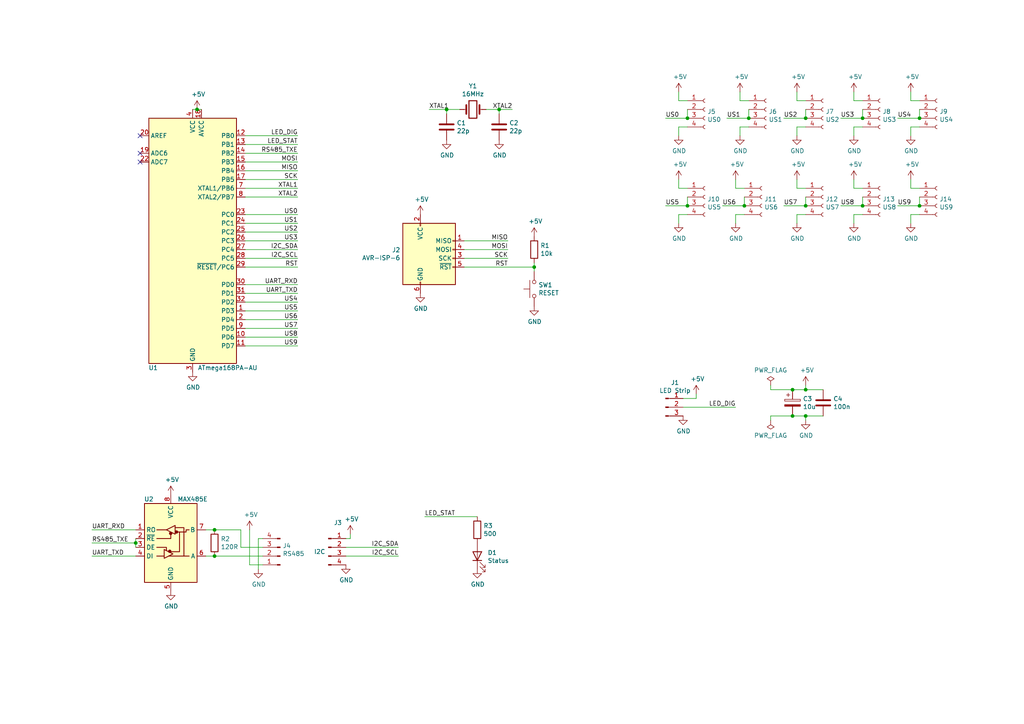
<source format=kicad_sch>
(kicad_sch (version 20211123) (generator eeschema)
  (paper "A4")
  (lib_symbols
    (symbol "Connector:AVR-ISP-6" (pin_names (offset 1.016))
      (property "Reference" "J" (at -6.35 11.43 0))
      (property "Value" "AVR-ISP-6" (at 0 11.43 0))
      (symbol "AVR-ISP-6_0_1"
        (rectangle (start -2.667 -6.858) (end -2.413 -7.62))
        (rectangle (start -2.667 10.16) (end -2.413 9.398))
        (rectangle (start 7.62 -2.413) (end 6.858 -2.667))
        (rectangle (start 7.62 0.127) (end 6.858 -0.127))
        (rectangle (start 7.62 2.667) (end 6.858 2.413))
        (rectangle (start 7.62 5.207) (end 6.858 4.953))
        (rectangle (start 7.62 10.16) (end -7.62 -7.62) (stroke (width 0.254)) (fill (type background)))
      )
      (symbol "AVR-ISP-6_1_1"
        (pin passive line (at 10.16 5.08 180) (length 2.54) (name "MISO") (number "1"))
        (pin passive line (at -2.54 12.7 270) (length 2.54) (name "VCC") (number "2"))
        (pin passive line (at 10.16 0 180) (length 2.54) (name "SCK") (number "3"))
        (pin passive line (at 10.16 2.54 180) (length 2.54) (name "MOSI") (number "4"))
        (pin passive line (at 10.16 -2.54 180) (length 2.54) (name "~{RST}") (number "5"))
        (pin passive line (at -2.54 -10.16 90) (length 2.54) (name "GND") (number "6"))
      )
    )
    (symbol "Connector:Conn_01x03_Male" (pin_names (offset 1.016) hide)
      (property "Reference" "J" (at 0 5.08 0))
      (property "Value" "Conn_01x03_Male" (at 0 -5.08 0))
      (symbol "Conn_01x03_Male_1_1"
        (polyline (pts (xy 1.27 -2.54) (xy 0.8636 -2.54)) (stroke (width 0.1524)))
        (polyline (pts (xy 1.27 0) (xy 0.8636 0)) (stroke (width 0.1524)))
        (polyline (pts (xy 1.27 2.54) (xy 0.8636 2.54)) (stroke (width 0.1524)))
        (rectangle (start 0.8636 -2.413) (end 0 -2.667) (stroke (width 0.1524)) (fill (type outline)))
        (rectangle (start 0.8636 0.127) (end 0 -0.127) (stroke (width 0.1524)) (fill (type outline)))
        (rectangle (start 0.8636 2.667) (end 0 2.413) (stroke (width 0.1524)) (fill (type outline)))
        (pin passive line (at 5.08 2.54 180) (length 3.81) (name "Pin_1") (number "1"))
        (pin passive line (at 5.08 0 180) (length 3.81) (name "Pin_2") (number "2"))
        (pin passive line (at 5.08 -2.54 180) (length 3.81) (name "Pin_3") (number "3"))
      )
    )
    (symbol "Connector:Conn_01x04_Female" (pin_names (offset 1.016) hide)
      (property "Reference" "J" (at 0 5.08 0))
      (property "Value" "Conn_01x04_Female" (at 0 -7.62 0))
      (symbol "Conn_01x04_Female_1_1"
        (arc (start 0 -4.572) (mid -0.508 -5.08) (end 0 -5.588) (stroke (width 0.1524)))
        (arc (start 0 -2.032) (mid -0.508 -2.54) (end 0 -3.048) (stroke (width 0.1524)))
        (polyline (pts (xy -1.27 -5.08) (xy -0.508 -5.08)) (stroke (width 0.1524)))
        (polyline (pts (xy -1.27 -2.54) (xy -0.508 -2.54)) (stroke (width 0.1524)))
        (polyline (pts (xy -1.27 0) (xy -0.508 0)) (stroke (width 0.1524)))
        (polyline (pts (xy -1.27 2.54) (xy -0.508 2.54)) (stroke (width 0.1524)))
        (arc (start 0 0.508) (mid -0.508 0) (end 0 -0.508) (stroke (width 0.1524)))
        (arc (start 0 3.048) (mid -0.508 2.54) (end 0 2.032) (stroke (width 0.1524)))
        (pin passive line (at -5.08 2.54 0) (length 3.81) (name "Pin_1") (number "1"))
        (pin passive line (at -5.08 0 0) (length 3.81) (name "Pin_2") (number "2"))
        (pin passive line (at -5.08 -2.54 0) (length 3.81) (name "Pin_3") (number "3"))
        (pin passive line (at -5.08 -5.08 0) (length 3.81) (name "Pin_4") (number "4"))
      )
    )
    (symbol "Connector:Conn_01x04_Male" (pin_names (offset 1.016) hide)
      (property "Reference" "J" (at 0 5.08 0))
      (property "Value" "Conn_01x04_Male" (at 0 -7.62 0))
      (symbol "Conn_01x04_Male_1_1"
        (polyline (pts (xy 1.27 -5.08) (xy 0.8636 -5.08)) (stroke (width 0.1524)))
        (polyline (pts (xy 1.27 -2.54) (xy 0.8636 -2.54)) (stroke (width 0.1524)))
        (polyline (pts (xy 1.27 0) (xy 0.8636 0)) (stroke (width 0.1524)))
        (polyline (pts (xy 1.27 2.54) (xy 0.8636 2.54)) (stroke (width 0.1524)))
        (rectangle (start 0.8636 -4.953) (end 0 -5.207) (stroke (width 0.1524)) (fill (type outline)))
        (rectangle (start 0.8636 -2.413) (end 0 -2.667) (stroke (width 0.1524)) (fill (type outline)))
        (rectangle (start 0.8636 0.127) (end 0 -0.127) (stroke (width 0.1524)) (fill (type outline)))
        (rectangle (start 0.8636 2.667) (end 0 2.413) (stroke (width 0.1524)) (fill (type outline)))
        (pin passive line (at 5.08 2.54 180) (length 3.81) (name "Pin_1") (number "1"))
        (pin passive line (at 5.08 0 180) (length 3.81) (name "Pin_2") (number "2"))
        (pin passive line (at 5.08 -2.54 180) (length 3.81) (name "Pin_3") (number "3"))
        (pin passive line (at 5.08 -5.08 180) (length 3.81) (name "Pin_4") (number "4"))
      )
    )
    (symbol "Device:C" (pin_numbers hide) (pin_names (offset 0.254))
      (property "Reference" "C" (at 0.635 2.54 0))
      (property "Value" "C" (at 0.635 -2.54 0))
      (symbol "C_0_1"
        (polyline (pts (xy -2.032 -0.762) (xy 2.032 -0.762)) (stroke (width 0.508)))
        (polyline (pts (xy -2.032 0.762) (xy 2.032 0.762)) (stroke (width 0.508)))
      )
      (symbol "C_1_1"
        (pin passive line (at 0 3.81 270) (length 2.794) (name "~") (number "1"))
        (pin passive line (at 0 -3.81 90) (length 2.794) (name "~") (number "2"))
      )
    )
    (symbol "Device:Crystal" (pin_numbers hide) (pin_names (offset 1.016) hide)
      (property "Reference" "Y" (at 0 3.81 0))
      (property "Value" "Crystal" (at 0 -3.81 0))
      (symbol "Crystal_0_1"
        (rectangle (start -1.143 2.54) (end 1.143 -2.54) (stroke (width 0.3048)))
        (polyline (pts (xy -2.54 0) (xy -1.905 0)))
        (polyline (pts (xy -1.905 -1.27) (xy -1.905 1.27)) (stroke (width 0.508)))
        (polyline (pts (xy 1.905 -1.27) (xy 1.905 1.27)) (stroke (width 0.508)))
        (polyline (pts (xy 2.54 0) (xy 1.905 0)))
      )
      (symbol "Crystal_1_1"
        (pin passive line (at -3.81 0 0) (length 1.27) (name "1") (number "1"))
        (pin passive line (at 3.81 0 180) (length 1.27) (name "2") (number "2"))
      )
    )
    (symbol "Device:LED" (pin_numbers hide) (pin_names (offset 1.016) hide)
      (property "Reference" "D" (at 0 2.54 0))
      (property "Value" "LED" (at 0 -2.54 0))
      (symbol "LED_0_1"
        (polyline (pts (xy -1.27 -1.27) (xy -1.27 1.27)) (stroke (width 0.254)))
        (polyline (pts (xy -1.27 0) (xy 1.27 0)))
        (polyline (pts (xy 1.27 -1.27) (xy 1.27 1.27) (xy -1.27 0) (xy 1.27 -1.27)) (stroke (width 0.254)))
        (polyline (pts (xy -3.048 -0.762) (xy -4.572 -2.286) (xy -3.81 -2.286) (xy -4.572 -2.286) (xy -4.572 -1.524)))
        (polyline (pts (xy -1.778 -0.762) (xy -3.302 -2.286) (xy -2.54 -2.286) (xy -3.302 -2.286) (xy -3.302 -1.524)))
      )
      (symbol "LED_1_1"
        (pin passive line (at -3.81 0 0) (length 2.54) (name "K") (number "1"))
        (pin passive line (at 3.81 0 180) (length 2.54) (name "A") (number "2"))
      )
    )
    (symbol "Device:R" (pin_numbers hide) (pin_names (offset 0))
      (property "Reference" "R" (at 2.032 0 90))
      (property "Value" "R" (at 0 0 90))
      (symbol "R_0_1"
        (rectangle (start -1.016 -2.54) (end 1.016 2.54) (stroke (width 0.254)))
      )
      (symbol "R_1_1"
        (pin passive line (at 0 3.81 270) (length 1.27) (name "~") (number "1"))
        (pin passive line (at 0 -3.81 90) (length 1.27) (name "~") (number "2"))
      )
    )
    (symbol "Interface_UART:MAX485E"
      (property "Reference" "U" (at -6.096 11.43 0))
      (property "Value" "MAX485E" (at 0.762 11.43 0))
      (symbol "MAX485E_0_1"
        (rectangle (start -7.62 10.16) (end 7.62 -12.7) (stroke (width 0.254)) (fill (type background)))
        (circle (center -0.3048 -3.683) (radius 0.3556) (stroke (width 0.254)) (fill (type outline)))
        (circle (center -0.0254 1.4986) (radius 0.3556) (stroke (width 0.254)) (fill (type outline)))
        (polyline (pts (xy -4.064 -5.08) (xy -1.905 -5.08)) (stroke (width 0.254)))
        (polyline (pts (xy -4.064 2.54) (xy -1.27 2.54)) (stroke (width 0.254)))
        (polyline (pts (xy -1.27 -3.2004) (xy -1.27 -3.4544)) (stroke (width 0.254)))
        (polyline (pts (xy -0.635 -5.08) (xy 5.334 -5.08)) (stroke (width 0.254)))
        (polyline (pts (xy -4.064 -2.54) (xy -1.27 -2.54) (xy -1.27 -3.175)) (stroke (width 0.254)))
        (polyline (pts (xy 0 1.27) (xy 0 0) (xy -4.064 0)) (stroke (width 0.254)))
        (polyline (pts (xy 1.27 3.175) (xy 3.81 3.175) (xy 3.81 -5.08)) (stroke (width 0.254)))
        (polyline (pts (xy 2.54 1.905) (xy 2.54 -3.81) (xy 0 -3.81)) (stroke (width 0.254)))
        (polyline (pts (xy -1.905 -3.175) (xy -1.905 -5.715) (xy 0.635 -4.445) (xy -1.905 -3.175)) (stroke (width 0.254)))
        (polyline (pts (xy -1.27 2.54) (xy 1.27 3.81) (xy 1.27 1.27) (xy -1.27 2.54)) (stroke (width 0.254)))
        (polyline (pts (xy 1.905 1.905) (xy 4.445 1.905) (xy 4.445 2.54) (xy 5.334 2.54)) (stroke (width 0.254)))
        (rectangle (start 1.27 3.175) (end 1.27 3.175))
        (circle (center 1.651 1.905) (radius 0.3556) (stroke (width 0.254)) (fill (type outline)))
      )
      (symbol "MAX485E_1_1"
        (pin output line (at -10.16 2.54 0) (length 2.54) (name "RO") (number "1"))
        (pin input line (at -10.16 0 0) (length 2.54) (name "~{RE}") (number "2"))
        (pin input line (at -10.16 -2.54 0) (length 2.54) (name "DE") (number "3"))
        (pin input line (at -10.16 -5.08 0) (length 2.54) (name "DI") (number "4"))
        (pin power_in line (at 0 -15.24 90) (length 2.54) (name "GND") (number "5"))
        (pin bidirectional line (at 10.16 -5.08 180) (length 2.54) (name "A") (number "6"))
        (pin bidirectional line (at 10.16 2.54 180) (length 2.54) (name "B") (number "7"))
        (pin power_in line (at 0 12.7 270) (length 2.54) (name "VCC") (number "8"))
      )
    )
    (symbol "Switch:SW_Push" (pin_numbers hide) (pin_names (offset 1.016) hide)
      (property "Reference" "SW" (at 1.27 2.54 0))
      (property "Value" "SW_Push" (at 0 -1.524 0))
      (symbol "SW_Push_0_1"
        (circle (center -2.032 0) (radius 0.508))
        (polyline (pts (xy 0 1.27) (xy 0 3.048)))
        (polyline (pts (xy 2.54 1.27) (xy -2.54 1.27)))
        (circle (center 2.032 0) (radius 0.508))
        (pin passive line (at -5.08 0 0) (length 2.54) (name "1") (number "1"))
        (pin passive line (at 5.08 0 180) (length 2.54) (name "2") (number "2"))
      )
    )
    (symbol "power:+5V" (power) (pin_names (offset 0))
      (property "Value" "+5V" (at 0 3.556 0))
      (symbol "+5V_0_1"
        (polyline (pts (xy -0.762 1.27) (xy 0 2.54)))
        (polyline (pts (xy 0 0) (xy 0 2.54)))
        (polyline (pts (xy 0 2.54) (xy 0.762 1.27)))
      )
      (symbol "+5V_1_1"
        (pin power_in line (at 0 0 90) (length 0) hide (name "+5V") (number "1"))
      )
    )
    (symbol "power:GND" (power) (pin_names (offset 0))
      (property "Value" "GND" (at 0 -3.81 0))
      (symbol "GND_0_1"
        (polyline (pts (xy 0 0) (xy 0 -1.27) (xy 1.27 -1.27) (xy 0 -2.54) (xy -1.27 -1.27) (xy 0 -1.27)))
      )
      (symbol "GND_1_1"
        (pin power_in line (at 0 0 270) (length 0) hide (name "GND") (number "1"))
      )
    )
    (symbol "power:PWR_FLAG" (power) (pin_numbers hide) (pin_names (offset 0) hide)
      (property "Value" "PWR_FLAG" (at 0 3.81 0))
      (symbol "PWR_FLAG_0_0"
        (pin power_out line (at 0 0 90) (length 0) (name "pwr") (number "1"))
      )
      (symbol "PWR_FLAG_0_1"
        (polyline (pts (xy 0 0) (xy 0 1.27) (xy -1.016 1.905) (xy 0 2.54) (xy 1.016 1.905) (xy 0 1.27)))
      )
    )
    (symbol "ultrasonic_board-rescue:ATmega168PA-AU-MCU_Microchip_ATmega"
      (property "Reference" "U" (at -12.7 36.83 0))
      (property "Value" "ATmega168PA-AU-MCU_Microchip_ATmega" (at 2.54 -36.83 0))
      (symbol "ATmega168PA-AU-MCU_Microchip_ATmega_0_1"
        (rectangle (start -12.7 -35.56) (end 12.7 35.56) (stroke (width 0.254)) (fill (type background)))
      )
      (symbol "ATmega168PA-AU-MCU_Microchip_ATmega_1_1"
        (pin bidirectional line (at 15.24 -20.32 180) (length 2.54) (name "PD3") (number "1"))
        (pin bidirectional line (at 15.24 -27.94 180) (length 2.54) (name "PD6") (number "10"))
        (pin bidirectional line (at 15.24 -30.48 180) (length 2.54) (name "PD7") (number "11"))
        (pin bidirectional line (at 15.24 30.48 180) (length 2.54) (name "PB0") (number "12"))
        (pin bidirectional line (at 15.24 27.94 180) (length 2.54) (name "PB1") (number "13"))
        (pin bidirectional line (at 15.24 25.4 180) (length 2.54) (name "PB2") (number "14"))
        (pin bidirectional line (at 15.24 22.86 180) (length 2.54) (name "PB3") (number "15"))
        (pin bidirectional line (at 15.24 20.32 180) (length 2.54) (name "PB4") (number "16"))
        (pin bidirectional line (at 15.24 17.78 180) (length 2.54) (name "PB5") (number "17"))
        (pin power_in line (at 2.54 38.1 270) (length 2.54) (name "AVCC") (number "18"))
        (pin input line (at -15.24 25.4 0) (length 2.54) (name "ADC6") (number "19"))
        (pin bidirectional line (at 15.24 -22.86 180) (length 2.54) (name "PD4") (number "2"))
        (pin passive line (at -15.24 30.48 0) (length 2.54) (name "AREF") (number "20"))
        (pin passive line (at 0 -38.1 90) (length 2.54) hide (name "GND") (number "21"))
        (pin input line (at -15.24 22.86 0) (length 2.54) (name "ADC7") (number "22"))
        (pin bidirectional line (at 15.24 7.62 180) (length 2.54) (name "PC0") (number "23"))
        (pin bidirectional line (at 15.24 5.08 180) (length 2.54) (name "PC1") (number "24"))
        (pin bidirectional line (at 15.24 2.54 180) (length 2.54) (name "PC2") (number "25"))
        (pin bidirectional line (at 15.24 0 180) (length 2.54) (name "PC3") (number "26"))
        (pin bidirectional line (at 15.24 -2.54 180) (length 2.54) (name "PC4") (number "27"))
        (pin bidirectional line (at 15.24 -5.08 180) (length 2.54) (name "PC5") (number "28"))
        (pin bidirectional line (at 15.24 -7.62 180) (length 2.54) (name "~{RESET}/PC6") (number "29"))
        (pin power_in line (at 0 -38.1 90) (length 2.54) (name "GND") (number "3"))
        (pin bidirectional line (at 15.24 -12.7 180) (length 2.54) (name "PD0") (number "30"))
        (pin bidirectional line (at 15.24 -15.24 180) (length 2.54) (name "PD1") (number "31"))
        (pin bidirectional line (at 15.24 -17.78 180) (length 2.54) (name "PD2") (number "32"))
        (pin power_in line (at 0 38.1 270) (length 2.54) (name "VCC") (number "4"))
        (pin passive line (at 0 -38.1 90) (length 2.54) hide (name "GND") (number "5"))
        (pin passive line (at 0 38.1 270) (length 2.54) hide (name "VCC") (number "6"))
        (pin bidirectional line (at 15.24 15.24 180) (length 2.54) (name "XTAL1/PB6") (number "7"))
        (pin bidirectional line (at 15.24 12.7 180) (length 2.54) (name "XTAL2/PB7") (number "8"))
        (pin bidirectional line (at 15.24 -25.4 180) (length 2.54) (name "PD5") (number "9"))
      )
    )
    (symbol "ultrasonic_board-rescue:CP-Device" (pin_numbers hide) (pin_names (offset 0.254))
      (property "Reference" "C" (at 0.635 2.54 0))
      (property "Value" "CP-Device" (at 0.635 -2.54 0))
      (symbol "CP-Device_0_1"
        (rectangle (start -2.286 0.508) (end 2.286 1.016))
        (polyline (pts (xy -1.778 2.286) (xy -0.762 2.286)))
        (polyline (pts (xy -1.27 2.794) (xy -1.27 1.778)))
        (rectangle (start 2.286 -0.508) (end -2.286 -1.016) (fill (type outline)))
      )
      (symbol "CP-Device_1_1"
        (pin passive line (at 0 3.81 270) (length 2.794) (name "~") (number "1"))
        (pin passive line (at 0 -3.81 90) (length 2.794) (name "~") (number "2"))
      )
    )
  )
  (junction (at 144.78 31.75))
  (junction (at 233.68 59.69))
  (junction (at 217.17 34.29))
  (junction (at 233.68 34.29))
  (junction (at 266.7 34.29))
  (junction (at 62.23 161.29))
  (junction (at 266.7 59.69))
  (junction (at 250.19 34.29))
  (junction (at 229.87 120.65))
  (junction (at 62.23 153.67))
  (junction (at 233.68 113.03))
  (junction (at 199.39 59.69))
  (junction (at 250.19 59.69))
  (junction (at 129.54 31.75))
  (junction (at 39.37 157.48))
  (junction (at 215.9 59.69))
  (junction (at 199.39 34.29))
  (junction (at 57.15 31.75))
  (junction (at 233.68 120.65))
  (junction (at 154.94 77.47))
  (junction (at 229.87 113.03))
  (no_connect (at 40.64 39.37))
  (no_connect (at 40.64 44.45))
  (no_connect (at 40.64 46.99))
  (wire (pts (xy 215.9 54.61) (xy 213.36 54.61)))
  (wire (pts (xy 233.68 120.65) (xy 238.76 120.65)))
  (wire (pts (xy 69.85 158.75) (xy 69.85 153.67)))
  (wire (pts (xy 266.7 34.29) (xy 260.35 34.29)))
  (wire (pts (xy 199.39 29.21) (xy 196.85 29.21)))
  (wire (pts (xy 250.19 54.61) (xy 247.65 54.61)))
  (wire (pts (xy 39.37 158.75) (xy 39.37 157.48)))
  (wire (pts (xy 71.12 72.39) (xy 86.36 72.39)))
  (wire (pts (xy 215.9 62.23) (xy 213.36 62.23)))
  (wire (pts (xy 266.7 59.69) (xy 260.35 59.69)))
  (wire (pts (xy 39.37 157.48) (xy 39.37 156.21)))
  (wire (pts (xy 71.12 44.45) (xy 86.36 44.45)))
  (wire (pts (xy 264.16 36.83) (xy 264.16 39.37)))
  (wire (pts (xy 199.39 54.61) (xy 196.85 54.61)))
  (wire (pts (xy 101.6 156.21) (xy 101.6 154.94)))
  (wire (pts (xy 71.12 100.33) (xy 86.36 100.33)))
  (wire (pts (xy 266.7 62.23) (xy 264.16 62.23)))
  (wire (pts (xy 233.68 59.69) (xy 227.33 59.69)))
  (wire (pts (xy 266.7 57.15) (xy 266.7 59.69)))
  (wire (pts (xy 247.65 62.23) (xy 247.65 64.77)))
  (wire (pts (xy 199.39 59.69) (xy 193.04 59.69)))
  (wire (pts (xy 62.23 161.29) (xy 76.2 161.29)))
  (wire (pts (xy 250.19 36.83) (xy 247.65 36.83)))
  (wire (pts (xy 196.85 54.61) (xy 196.85 52.07)))
  (wire (pts (xy 144.78 33.02) (xy 144.78 31.75)))
  (wire (pts (xy 250.19 62.23) (xy 247.65 62.23)))
  (wire (pts (xy 233.68 29.21) (xy 231.14 29.21)))
  (wire (pts (xy 229.87 120.65) (xy 223.52 120.65)))
  (wire (pts (xy 233.68 36.83) (xy 231.14 36.83)))
  (wire (pts (xy 71.12 67.31) (xy 86.36 67.31)))
  (wire (pts (xy 39.37 153.67) (xy 26.67 153.67)))
  (wire (pts (xy 134.62 72.39) (xy 147.32 72.39)))
  (wire (pts (xy 266.7 31.75) (xy 266.7 34.29)))
  (wire (pts (xy 129.54 31.75) (xy 129.54 33.02)))
  (wire (pts (xy 217.17 29.21) (xy 214.63 29.21)))
  (wire (pts (xy 71.12 49.53) (xy 86.36 49.53)))
  (wire (pts (xy 133.35 31.75) (xy 129.54 31.75)))
  (wire (pts (xy 71.12 97.79) (xy 86.36 97.79)))
  (wire (pts (xy 196.85 62.23) (xy 196.85 64.77)))
  (wire (pts (xy 229.87 120.65) (xy 233.68 120.65)))
  (wire (pts (xy 233.68 57.15) (xy 233.68 59.69)))
  (wire (pts (xy 71.12 69.85) (xy 86.36 69.85)))
  (wire (pts (xy 198.12 118.11) (xy 213.36 118.11)))
  (wire (pts (xy 201.93 115.57) (xy 201.93 114.3)))
  (wire (pts (xy 250.19 57.15) (xy 250.19 59.69)))
  (wire (pts (xy 229.87 113.03) (xy 223.52 113.03)))
  (wire (pts (xy 71.12 85.09) (xy 86.36 85.09)))
  (wire (pts (xy 214.63 29.21) (xy 214.63 26.67)))
  (wire (pts (xy 72.39 163.83) (xy 72.39 153.67)))
  (wire (pts (xy 154.94 77.47) (xy 154.94 76.2)))
  (wire (pts (xy 71.12 82.55) (xy 86.36 82.55)))
  (wire (pts (xy 199.39 31.75) (xy 199.39 34.29)))
  (wire (pts (xy 71.12 39.37) (xy 86.36 39.37)))
  (wire (pts (xy 250.19 29.21) (xy 247.65 29.21)))
  (wire (pts (xy 71.12 62.23) (xy 86.36 62.23)))
  (wire (pts (xy 250.19 59.69) (xy 243.84 59.69)))
  (wire (pts (xy 196.85 29.21) (xy 196.85 26.67)))
  (wire (pts (xy 71.12 64.77) (xy 86.36 64.77)))
  (wire (pts (xy 134.62 74.93) (xy 147.32 74.93)))
  (wire (pts (xy 266.7 54.61) (xy 264.16 54.61)))
  (wire (pts (xy 134.62 69.85) (xy 147.32 69.85)))
  (wire (pts (xy 233.68 34.29) (xy 227.33 34.29)))
  (wire (pts (xy 71.12 74.93) (xy 86.36 74.93)))
  (wire (pts (xy 57.15 31.75) (xy 58.42 31.75)))
  (wire (pts (xy 217.17 31.75) (xy 217.17 34.29)))
  (wire (pts (xy 233.68 31.75) (xy 233.68 34.29)))
  (wire (pts (xy 39.37 161.29) (xy 26.67 161.29)))
  (wire (pts (xy 71.12 46.99) (xy 86.36 46.99)))
  (wire (pts (xy 233.68 113.03) (xy 229.87 113.03)))
  (wire (pts (xy 217.17 36.83) (xy 214.63 36.83)))
  (wire (pts (xy 71.12 95.25) (xy 86.36 95.25)))
  (wire (pts (xy 69.85 153.67) (xy 62.23 153.67)))
  (wire (pts (xy 71.12 54.61) (xy 86.36 54.61)))
  (wire (pts (xy 71.12 87.63) (xy 86.36 87.63)))
  (wire (pts (xy 215.9 59.69) (xy 209.55 59.69)))
  (wire (pts (xy 231.14 29.21) (xy 231.14 26.67)))
  (wire (pts (xy 71.12 52.07) (xy 86.36 52.07)))
  (wire (pts (xy 71.12 41.91) (xy 86.36 41.91)))
  (wire (pts (xy 247.65 36.83) (xy 247.65 39.37)))
  (wire (pts (xy 76.2 158.75) (xy 69.85 158.75)))
  (wire (pts (xy 199.39 57.15) (xy 199.39 59.69)))
  (wire (pts (xy 264.16 29.21) (xy 264.16 26.67)))
  (wire (pts (xy 217.17 34.29) (xy 210.82 34.29)))
  (wire (pts (xy 71.12 77.47) (xy 86.36 77.47)))
  (wire (pts (xy 134.62 77.47) (xy 154.94 77.47)))
  (wire (pts (xy 196.85 36.83) (xy 196.85 39.37)))
  (wire (pts (xy 144.78 31.75) (xy 148.59 31.75)))
  (wire (pts (xy 233.68 111.76) (xy 233.68 113.03)))
  (wire (pts (xy 214.63 36.83) (xy 214.63 39.37)))
  (wire (pts (xy 76.2 156.21) (xy 74.93 156.21)))
  (wire (pts (xy 100.33 156.21) (xy 101.6 156.21)))
  (wire (pts (xy 100.33 158.75) (xy 115.57 158.75)))
  (wire (pts (xy 238.76 113.03) (xy 233.68 113.03)))
  (wire (pts (xy 138.43 149.86) (xy 123.19 149.86)))
  (wire (pts (xy 213.36 54.61) (xy 213.36 52.07)))
  (wire (pts (xy 199.39 36.83) (xy 196.85 36.83)))
  (wire (pts (xy 74.93 156.21) (xy 74.93 165.1)))
  (wire (pts (xy 264.16 54.61) (xy 264.16 52.07)))
  (wire (pts (xy 223.52 113.03) (xy 223.52 111.76)))
  (wire (pts (xy 59.69 153.67) (xy 62.23 153.67)))
  (wire (pts (xy 250.19 34.29) (xy 243.84 34.29)))
  (wire (pts (xy 266.7 29.21) (xy 264.16 29.21)))
  (wire (pts (xy 71.12 92.71) (xy 86.36 92.71)))
  (wire (pts (xy 39.37 157.48) (xy 26.67 157.48)))
  (wire (pts (xy 215.9 57.15) (xy 215.9 59.69)))
  (wire (pts (xy 55.88 31.75) (xy 57.15 31.75)))
  (wire (pts (xy 231.14 62.23) (xy 231.14 64.77)))
  (wire (pts (xy 223.52 120.65) (xy 223.52 121.92)))
  (wire (pts (xy 233.68 121.92) (xy 233.68 120.65)))
  (wire (pts (xy 100.33 161.29) (xy 115.57 161.29)))
  (wire (pts (xy 199.39 62.23) (xy 196.85 62.23)))
  (wire (pts (xy 213.36 62.23) (xy 213.36 64.77)))
  (wire (pts (xy 264.16 62.23) (xy 264.16 64.77)))
  (wire (pts (xy 76.2 163.83) (xy 72.39 163.83)))
  (wire (pts (xy 129.54 31.75) (xy 124.46 31.75)))
  (wire (pts (xy 144.78 31.75) (xy 140.97 31.75)))
  (wire (pts (xy 247.65 54.61) (xy 247.65 52.07)))
  (wire (pts (xy 233.68 54.61) (xy 231.14 54.61)))
  (wire (pts (xy 59.69 161.29) (xy 62.23 161.29)))
  (wire (pts (xy 233.68 62.23) (xy 231.14 62.23)))
  (wire (pts (xy 266.7 36.83) (xy 264.16 36.83)))
  (wire (pts (xy 154.94 77.47) (xy 154.94 78.74)))
  (wire (pts (xy 198.12 115.57) (xy 201.93 115.57)))
  (wire (pts (xy 247.65 29.21) (xy 247.65 26.67)))
  (wire (pts (xy 250.19 31.75) (xy 250.19 34.29)))
  (wire (pts (xy 231.14 36.83) (xy 231.14 39.37)))
  (wire (pts (xy 71.12 90.17) (xy 86.36 90.17)))
  (wire (pts (xy 199.39 34.29) (xy 193.04 34.29)))
  (wire (pts (xy 231.14 54.61) (xy 231.14 52.07)))
  (wire (pts (xy 71.12 57.15) (xy 86.36 57.15)))
  (label "I2C_SDA" (at 86.36 72.39 180))
  (label "US2" (at 227.33 34.29 0))
  (label "LED_STAT" (at 86.36 41.91 180))
  (label "MOSI" (at 147.32 72.39 180))
  (label "US5" (at 193.04 59.69 0))
  (label "UART_TXD" (at 86.36 85.09 180))
  (label "RS485_TXE" (at 26.67 157.48 0))
  (label "US3" (at 243.84 34.29 0))
  (label "I2C_SCL" (at 115.57 161.29 180))
  (label "UART_RXD" (at 86.36 82.55 180))
  (label "MISO" (at 147.32 69.85 180))
  (label "US0" (at 86.36 62.23 180))
  (label "RST" (at 147.32 77.47 180))
  (label "MISO" (at 86.36 49.53 180))
  (label "SCK" (at 147.32 74.93 180))
  (label "US6" (at 209.55 59.69 0))
  (label "US7" (at 227.33 59.69 0))
  (label "US5" (at 86.36 90.17 180))
  (label "XTAL1" (at 124.46 31.75 0))
  (label "MOSI" (at 86.36 46.99 180))
  (label "LED_STAT" (at 123.19 149.86 0))
  (label "LED_DIG" (at 86.36 39.37 180))
  (label "XTAL2" (at 86.36 57.15 180))
  (label "RS485_TXE" (at 86.36 44.45 180))
  (label "US9" (at 260.35 59.69 0))
  (label "US1" (at 86.36 64.77 180))
  (label "RST" (at 86.36 77.47 180))
  (label "I2C_SCL" (at 86.36 74.93 180))
  (label "US1" (at 210.82 34.29 0))
  (label "UART_RXD" (at 26.67 153.67 0))
  (label "SCK" (at 86.36 52.07 180))
  (label "US0" (at 193.04 34.29 0))
  (label "US2" (at 86.36 67.31 180))
  (label "US3" (at 86.36 69.85 180))
  (label "US4" (at 260.35 34.29 0))
  (label "XTAL2" (at 148.59 31.75 180))
  (label "US4" (at 86.36 87.63 180))
  (label "XTAL1" (at 86.36 54.61 180))
  (label "US8" (at 86.36 97.79 180))
  (label "US6" (at 86.36 92.71 180))
  (label "I2C_SDA" (at 115.57 158.75 180))
  (label "US8" (at 243.84 59.69 0))
  (label "US7" (at 86.36 95.25 180))
  (label "UART_TXD" (at 26.67 161.29 0))
  (label "LED_DIG" (at 213.36 118.11 180))
  (label "US9" (at 86.36 100.33 180))
  (symbol (lib_id "ultrasonic_board-rescue:ATmega168PA-AU-MCU_Microchip_ATmega") (at 55.88 69.85 0) (unit 1)
    (property "Reference" "U1" (at 44.45 106.68 0))
    (property "Value" "ATmega168PA-AU" (at 66.04 106.68 0))
    (property "Footprint" "Package_QFP:TQFP-32_7x7mm_P0.8mm" (effects hide))
    (property "Datasheet" "http://ww1.microchip.com/downloads/en/DeviceDoc/ATmega48PA_88PA_168PA-Data-Sheet-40002011A.pdf" (effects hide))
  )
  (symbol (lib_id "power:GND") (at 55.88 107.95 0) (unit 1)
    (property "Reference" "#PWR01" (effects hide))
    (property "Value" "GND" (at 56.007 112.3442 0))
  )
  (symbol (lib_id "power:+5V") (at 57.15 31.75 0) (unit 1)
    (property "Reference" "#PWR02" (effects hide))
    (property "Value" "+5V" (at 57.531 27.3558 0))
  )
  (symbol (lib_id "Device:Crystal") (at 137.16 31.75 0) (unit 1)
    (property "Reference" "Y1" (at 137.16 24.9428 0))
    (property "Value" "16MHz" (at 137.16 27.2542 0))
    (property "Footprint" "Crystal:Crystal_SMD_HC49-SD" (effects hide))
  )
  (symbol (lib_id "Device:C") (at 144.78 36.83 0) (unit 1)
    (property "Reference" "C2" (at 147.701 35.6616 0) (effects (justify left)))
    (property "Value" "22p" (at 147.701 37.973 0) (effects (justify left)))
    (property "Footprint" "Capacitor_SMD:C_0603_1608Metric" (effects hide))
  )
  (symbol (lib_id "Device:C") (at 129.54 36.83 0) (unit 1)
    (property "Reference" "C1" (at 132.461 35.6616 0) (effects (justify left)))
    (property "Value" "22p" (at 132.461 37.973 0) (effects (justify left)))
    (property "Footprint" "Capacitor_SMD:C_0603_1608Metric" (effects hide))
  )
  (symbol (lib_id "power:GND") (at 129.54 40.64 0) (unit 1)
    (property "Reference" "#PWR05" (effects hide))
    (property "Value" "GND" (at 129.667 45.0342 0))
  )
  (symbol (lib_id "power:GND") (at 144.78 40.64 0) (unit 1)
    (property "Reference" "#PWR08" (effects hide))
    (property "Value" "GND" (at 144.907 45.0342 0))
  )
  (symbol (lib_id "Connector:AVR-ISP-6") (at 124.46 74.93 0) (unit 1)
    (property "Reference" "J2" (at 116.1034 72.4916 0) (effects (justify right)))
    (property "Value" "AVR-ISP-6" (at 116.1034 74.803 0) (effects (justify right)))
    (property "Footprint" "Connector_PinHeader_2.54mm:PinHeader_2x03_P2.54mm_Vertical" (effects hide))
    (property "Datasheet" " ~" (effects hide))
  )
  (symbol (lib_id "power:GND") (at 121.92 85.09 0) (unit 1)
    (property "Reference" "#PWR07" (effects hide))
    (property "Value" "GND" (at 122.047 89.4842 0))
  )
  (symbol (lib_id "power:+5V") (at 121.92 62.23 0) (unit 1)
    (property "Reference" "#PWR06" (effects hide))
    (property "Value" "+5V" (at 122.301 57.8358 0))
  )
  (symbol (lib_id "Switch:SW_Push") (at 154.94 83.82 90) (unit 1)
    (property "Reference" "SW1" (at 156.1592 82.6516 90) (effects (justify right)))
    (property "Value" "RESET" (at 156.1592 84.963 90) (effects (justify right)))
    (property "Footprint" "Button_Switch_THT:SW_PUSH_6mm" (effects hide))
  )
  (symbol (lib_id "Device:R") (at 154.94 72.39 0) (unit 1)
    (property "Reference" "R1" (at 156.718 71.2216 0) (effects (justify left)))
    (property "Value" "10k" (at 156.718 73.533 0) (effects (justify left)))
    (property "Footprint" "Resistor_SMD:R_0603_1608Metric" (effects hide))
  )
  (symbol (lib_id "power:+5V") (at 154.94 68.58 0) (unit 1)
    (property "Reference" "#PWR09" (effects hide))
    (property "Value" "+5V" (at 155.321 64.1858 0))
  )
  (symbol (lib_id "power:GND") (at 154.94 88.9 0) (unit 1)
    (property "Reference" "#PWR010" (effects hide))
    (property "Value" "GND" (at 155.067 93.2942 0))
  )
  (symbol (lib_id "Connector:Conn_01x04_Female") (at 204.47 31.75 0) (unit 1)
    (property "Reference" "J5" (at 205.1812 32.3596 0) (effects (justify left)))
    (property "Value" "US0" (at 205.1812 34.671 0) (effects (justify left)))
    (property "Footprint" "Connector_PinSocket_2.54mm:PinSocket_1x04_P2.54mm_Vertical" (effects hide))
  )
  (symbol (lib_id "power:GND") (at 196.85 39.37 0) (unit 1)
    (property "Reference" "#PWR016" (effects hide))
    (property "Value" "GND" (at 196.977 43.7642 0))
  )
  (symbol (lib_id "power:+5V") (at 196.85 26.67 0) (unit 1)
    (property "Reference" "#PWR015" (effects hide))
    (property "Value" "+5V" (at 197.231 22.2758 0))
  )
  (symbol (lib_id "Connector:Conn_01x04_Female") (at 255.27 31.75 0) (unit 1)
    (property "Reference" "J8" (at 255.9812 32.3596 0) (effects (justify left)))
    (property "Value" "US3" (at 255.9812 34.671 0) (effects (justify left)))
    (property "Footprint" "Connector_PinSocket_2.54mm:PinSocket_1x04_P2.54mm_Vertical" (effects hide))
  )
  (symbol (lib_id "power:GND") (at 247.65 39.37 0) (unit 1)
    (property "Reference" "#PWR024" (effects hide))
    (property "Value" "GND" (at 247.777 43.7642 0))
  )
  (symbol (lib_id "power:+5V") (at 247.65 26.67 0) (unit 1)
    (property "Reference" "#PWR023" (effects hide))
    (property "Value" "+5V" (at 248.031 22.2758 0))
  )
  (symbol (lib_id "Connector:Conn_01x04_Female") (at 255.27 57.15 0) (unit 1)
    (property "Reference" "J13" (at 255.9812 57.7596 0) (effects (justify left)))
    (property "Value" "US8" (at 255.9812 60.071 0) (effects (justify left)))
    (property "Footprint" "Connector_PinSocket_2.54mm:PinSocket_1x04_P2.54mm_Vertical" (effects hide))
  )
  (symbol (lib_id "power:GND") (at 247.65 64.77 0) (unit 1)
    (property "Reference" "#PWR038" (effects hide))
    (property "Value" "GND" (at 247.777 69.1642 0))
  )
  (symbol (lib_id "power:+5V") (at 247.65 52.07 0) (unit 1)
    (property "Reference" "#PWR037" (effects hide))
    (property "Value" "+5V" (at 248.031 47.6758 0))
  )
  (symbol (lib_id "Connector:Conn_01x04_Female") (at 222.25 31.75 0) (unit 1)
    (property "Reference" "J6" (at 222.9612 32.3596 0) (effects (justify left)))
    (property "Value" "US1" (at 222.9612 34.671 0) (effects (justify left)))
    (property "Footprint" "Connector_PinSocket_2.54mm:PinSocket_1x04_P2.54mm_Vertical" (effects hide))
  )
  (symbol (lib_id "power:GND") (at 214.63 39.37 0) (unit 1)
    (property "Reference" "#PWR018" (effects hide))
    (property "Value" "GND" (at 214.757 43.7642 0))
  )
  (symbol (lib_id "power:+5V") (at 214.63 26.67 0) (unit 1)
    (property "Reference" "#PWR017" (effects hide))
    (property "Value" "+5V" (at 215.011 22.2758 0))
  )
  (symbol (lib_id "Connector:Conn_01x04_Female") (at 271.78 31.75 0) (unit 1)
    (property "Reference" "J9" (at 272.4912 32.3596 0) (effects (justify left)))
    (property "Value" "US4" (at 272.4912 34.671 0) (effects (justify left)))
    (property "Footprint" "Connector_PinSocket_2.54mm:PinSocket_1x04_P2.54mm_Vertical" (effects hide))
  )
  (symbol (lib_id "power:GND") (at 264.16 39.37 0) (unit 1)
    (property "Reference" "#PWR026" (effects hide))
    (property "Value" "GND" (at 264.287 43.7642 0))
  )
  (symbol (lib_id "power:+5V") (at 264.16 26.67 0) (unit 1)
    (property "Reference" "#PWR025" (effects hide))
    (property "Value" "+5V" (at 264.541 22.2758 0))
  )
  (symbol (lib_id "Connector:Conn_01x04_Female") (at 220.98 57.15 0) (unit 1)
    (property "Reference" "J11" (at 221.6912 57.7596 0) (effects (justify left)))
    (property "Value" "US6" (at 221.6912 60.071 0) (effects (justify left)))
    (property "Footprint" "Connector_PinSocket_2.54mm:PinSocket_1x04_P2.54mm_Vertical" (effects hide))
  )
  (symbol (lib_id "power:GND") (at 213.36 64.77 0) (unit 1)
    (property "Reference" "#PWR034" (effects hide))
    (property "Value" "GND" (at 213.487 69.1642 0))
  )
  (symbol (lib_id "power:+5V") (at 213.36 52.07 0) (unit 1)
    (property "Reference" "#PWR033" (effects hide))
    (property "Value" "+5V" (at 213.741 47.6758 0))
  )
  (symbol (lib_id "Connector:Conn_01x04_Female") (at 238.76 31.75 0) (unit 1)
    (property "Reference" "J7" (at 239.4712 32.3596 0) (effects (justify left)))
    (property "Value" "US2" (at 239.4712 34.671 0) (effects (justify left)))
    (property "Footprint" "Connector_PinSocket_2.54mm:PinSocket_1x04_P2.54mm_Vertical" (effects hide))
  )
  (symbol (lib_id "power:GND") (at 231.14 39.37 0) (unit 1)
    (property "Reference" "#PWR020" (effects hide))
    (property "Value" "GND" (at 231.267 43.7642 0))
  )
  (symbol (lib_id "power:+5V") (at 231.14 26.67 0) (unit 1)
    (property "Reference" "#PWR019" (effects hide))
    (property "Value" "+5V" (at 231.521 22.2758 0))
  )
  (symbol (lib_id "Connector:Conn_01x04_Female") (at 204.47 57.15 0) (unit 1)
    (property "Reference" "J10" (at 205.1812 57.7596 0) (effects (justify left)))
    (property "Value" "US5" (at 205.1812 60.071 0) (effects (justify left)))
    (property "Footprint" "Connector_PinSocket_2.54mm:PinSocket_1x04_P2.54mm_Vertical" (effects hide))
  )
  (symbol (lib_id "power:GND") (at 196.85 64.77 0) (unit 1)
    (property "Reference" "#PWR028" (effects hide))
    (property "Value" "GND" (at 196.977 69.1642 0))
  )
  (symbol (lib_id "power:+5V") (at 196.85 52.07 0) (unit 1)
    (property "Reference" "#PWR027" (effects hide))
    (property "Value" "+5V" (at 197.231 47.6758 0))
  )
  (symbol (lib_id "Connector:Conn_01x04_Female") (at 238.76 57.15 0) (unit 1)
    (property "Reference" "J12" (at 239.4712 57.7596 0) (effects (justify left)))
    (property "Value" "US7" (at 239.4712 60.071 0) (effects (justify left)))
    (property "Footprint" "Connector_PinSocket_2.54mm:PinSocket_1x04_P2.54mm_Vertical" (effects hide))
  )
  (symbol (lib_id "power:GND") (at 231.14 64.77 0) (unit 1)
    (property "Reference" "#PWR036" (effects hide))
    (property "Value" "GND" (at 231.267 69.1642 0))
  )
  (symbol (lib_id "power:+5V") (at 231.14 52.07 0) (unit 1)
    (property "Reference" "#PWR035" (effects hide))
    (property "Value" "+5V" (at 231.521 47.6758 0))
  )
  (symbol (lib_id "Connector:Conn_01x04_Female") (at 271.78 57.15 0) (unit 1)
    (property "Reference" "J14" (at 272.4912 57.7596 0) (effects (justify left)))
    (property "Value" "US9" (at 272.4912 60.071 0) (effects (justify left)))
    (property "Footprint" "Connector_PinSocket_2.54mm:PinSocket_1x04_P2.54mm_Vertical" (effects hide))
  )
  (symbol (lib_id "power:GND") (at 264.16 64.77 0) (unit 1)
    (property "Reference" "#PWR041" (effects hide))
    (property "Value" "GND" (at 264.287 69.1642 0))
  )
  (symbol (lib_id "power:+5V") (at 264.16 52.07 0) (unit 1)
    (property "Reference" "#PWR040" (effects hide))
    (property "Value" "+5V" (at 264.541 47.6758 0))
  )
  (symbol (lib_id "Connector:Conn_01x04_Male") (at 95.25 158.75 0) (unit 1)
    (property "Reference" "J3" (at 97.9932 151.6126 0))
    (property "Value" "I2C" (at 92.71 160.02 0))
    (property "Footprint" "Connector_Molex:Molex_KK-254_AE-6410-04A_1x04_P2.54mm_Vertical" (effects hide))
  )
  (symbol (lib_id "power:GND") (at 100.33 163.83 0) (unit 1)
    (property "Reference" "#PWR011" (effects hide))
    (property "Value" "GND" (at 100.457 168.2242 0))
  )
  (symbol (lib_id "power:+5V") (at 101.6 154.94 0) (unit 1)
    (property "Reference" "#PWR012" (effects hide))
    (property "Value" "+5V" (at 101.981 150.5458 0))
  )
  (symbol (lib_id "ultrasonic_board-rescue:CP-Device") (at 229.87 116.84 0) (unit 1)
    (property "Reference" "C3" (at 232.8672 115.6716 0) (effects (justify left)))
    (property "Value" "10u" (at 232.8672 117.983 0) (effects (justify left)))
    (property "Footprint" "Capacitor_THT:CP_Radial_D8.0mm_P3.80mm" (effects hide))
  )
  (symbol (lib_id "Device:C") (at 238.76 116.84 0) (unit 1)
    (property "Reference" "C4" (at 241.681 115.6716 0) (effects (justify left)))
    (property "Value" "100n" (at 241.681 117.983 0) (effects (justify left)))
    (property "Footprint" "Capacitor_SMD:C_0603_1608Metric" (effects hide))
  )
  (symbol (lib_id "power:GND") (at 233.68 121.92 0) (unit 1)
    (property "Reference" "#PWR014" (effects hide))
    (property "Value" "GND" (at 233.807 126.3142 0))
  )
  (symbol (lib_id "power:+5V") (at 233.68 111.76 0) (unit 1)
    (property "Reference" "#PWR013" (effects hide))
    (property "Value" "+5V" (at 234.061 107.3658 0))
  )
  (symbol (lib_id "Connector:Conn_01x03_Male") (at 193.04 118.11 0) (unit 1)
    (property "Reference" "J1" (at 195.7832 110.9726 0))
    (property "Value" "LED Strip" (at 195.7832 113.284 0))
    (property "Footprint" "Connector_Molex:Molex_KK-254_AE-6410-03A_1x03_P2.54mm_Vertical" (effects hide))
  )
  (symbol (lib_id "power:GND") (at 198.12 120.65 0) (unit 1)
    (property "Reference" "#PWR03" (effects hide))
    (property "Value" "GND" (at 198.247 125.0442 0))
  )
  (symbol (lib_id "power:+5V") (at 201.93 114.3 0) (unit 1)
    (property "Reference" "#PWR04" (effects hide))
    (property "Value" "+5V" (at 202.311 109.9058 0))
  )
  (symbol (lib_id "power:PWR_FLAG") (at 223.52 111.76 0) (unit 1)
    (property "Reference" "#FLG01" (effects hide))
    (property "Value" "PWR_FLAG" (at 223.52 107.3658 0))
  )
  (symbol (lib_id "power:PWR_FLAG") (at 223.52 121.92 180) (unit 1)
    (property "Reference" "#FLG02" (effects hide))
    (property "Value" "PWR_FLAG" (at 223.52 126.3142 0))
  )
  (symbol (lib_id "Device:R") (at 138.43 153.67 0) (unit 1)
    (property "Reference" "R3" (at 140.208 152.5016 0) (effects (justify left)))
    (property "Value" "500" (at 140.208 154.813 0) (effects (justify left)))
    (property "Footprint" "Resistor_SMD:R_0603_1608Metric" (effects hide))
  )
  (symbol (lib_id "Device:LED") (at 138.43 161.29 90) (unit 1)
    (property "Reference" "D1" (at 141.4272 160.2994 90) (effects (justify right)))
    (property "Value" "Status" (at 141.4272 162.6108 90) (effects (justify right)))
    (property "Footprint" "LED_SMD:LED_0805_2012Metric" (effects hide))
  )
  (symbol (lib_id "power:GND") (at 138.43 165.1 0) (unit 1)
    (property "Reference" "#PWR031" (effects hide))
    (property "Value" "GND" (at 138.557 169.4942 0))
  )
  (symbol (lib_id "Interface_UART:MAX485E") (at 49.53 156.21 0) (unit 1)
    (property "Reference" "U2" (at 43.18 144.78 0))
    (property "Value" "MAX485E" (at 55.88 144.78 0))
    (property "Footprint" "Package_SO:SOIC-8_3.9x4.9mm_P1.27mm" (effects hide))
    (property "Datasheet" "https://datasheets.maximintegrated.com/en/ds/MAX1487E-MAX491E.pdf" (effects hide))
  )
  (symbol (lib_id "power:GND") (at 49.53 171.45 0) (unit 1)
    (property "Reference" "#PWR022" (effects hide))
    (property "Value" "GND" (at 49.657 175.8442 0))
  )
  (symbol (lib_id "power:+5V") (at 49.53 143.51 0) (unit 1)
    (property "Reference" "#PWR021" (effects hide))
    (property "Value" "+5V" (at 49.911 139.1158 0))
  )
  (symbol (lib_id "Device:R") (at 62.23 157.48 0) (unit 1)
    (property "Reference" "R2" (at 64.008 156.3116 0) (effects (justify left)))
    (property "Value" "120R" (at 64.008 158.623 0) (effects (justify left)))
    (property "Footprint" "Resistor_SMD:R_0603_1608Metric" (effects hide))
  )
  (symbol (lib_id "Connector:Conn_01x04_Male") (at 81.28 161.29 180) (unit 1)
    (property "Reference" "J4" (at 81.9912 158.2928 0) (effects (justify right)))
    (property "Value" "RS485" (at 81.9912 160.6042 0) (effects (justify right)))
    (property "Footprint" "Connector_Molex:Molex_KK-254_AE-6410-04A_1x04_P2.54mm_Vertical" (effects hide))
  )
  (symbol (lib_id "power:+5V") (at 72.39 153.67 0) (unit 1)
    (property "Reference" "#PWR029" (effects hide))
    (property "Value" "+5V" (at 72.771 149.2758 0))
  )
  (symbol (lib_id "power:GND") (at 74.93 165.1 0) (unit 1)
    (property "Reference" "#PWR030" (effects hide))
    (property "Value" "GND" (at 75.057 169.4942 0))
  )
)
</source>
